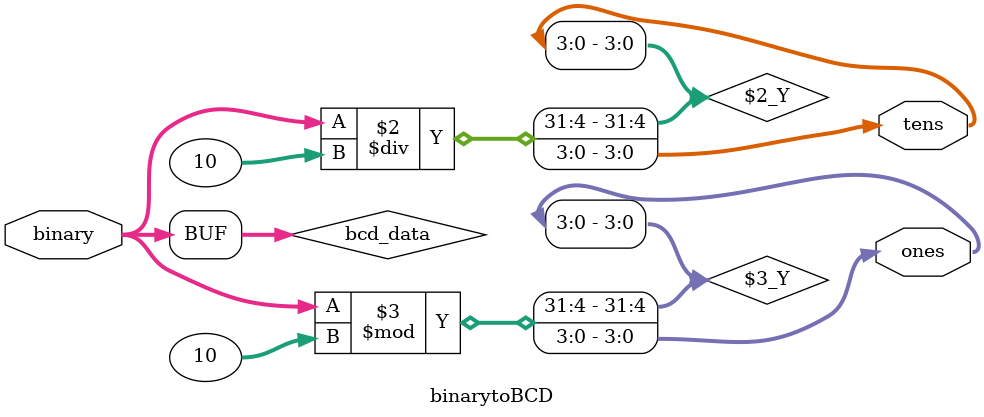
<source format=v>
module binarytoBCD(binary,tens,ones);

	input [5:0] binary;
	output reg [3:0] tens, ones;
	reg [5:0] bcd_data=0;
	
	always @ (binary)
		begin
			bcd_data = binary;
			tens = bcd_data / 10;
			ones = bcd_data % 10;
		end
endmodule

</source>
